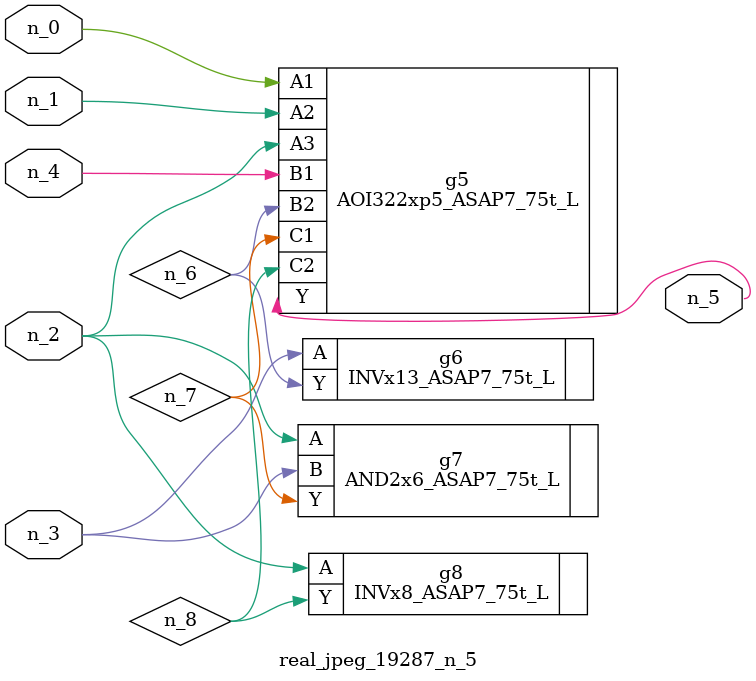
<source format=v>
module real_jpeg_19287_n_5 (n_4, n_0, n_1, n_2, n_3, n_5);

input n_4;
input n_0;
input n_1;
input n_2;
input n_3;

output n_5;

wire n_8;
wire n_6;
wire n_7;

AOI322xp5_ASAP7_75t_L g5 ( 
.A1(n_0),
.A2(n_1),
.A3(n_2),
.B1(n_4),
.B2(n_6),
.C1(n_7),
.C2(n_8),
.Y(n_5)
);

AND2x6_ASAP7_75t_L g7 ( 
.A(n_2),
.B(n_3),
.Y(n_7)
);

INVx8_ASAP7_75t_L g8 ( 
.A(n_2),
.Y(n_8)
);

INVx13_ASAP7_75t_L g6 ( 
.A(n_3),
.Y(n_6)
);


endmodule
</source>
